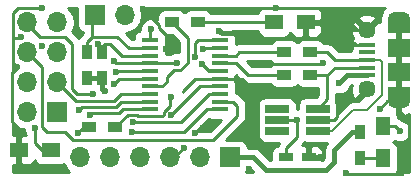
<source format=gtl>
G04 #@! TF.FileFunction,Copper,L1,Top,Signal*
%FSLAX46Y46*%
G04 Gerber Fmt 4.6, Leading zero omitted, Abs format (unit mm)*
G04 Created by KiCad (PCBNEW 4.0.7) date 04/14/18 18:56:33*
%MOMM*%
%LPD*%
G01*
G04 APERTURE LIST*
%ADD10C,0.100000*%
%ADD11R,1.200000X0.750000*%
%ADD12R,1.500000X1.300000*%
%ADD13R,1.300000X1.500000*%
%ADD14R,1.900000X1.500000*%
%ADD15C,1.450000*%
%ADD16R,1.350000X0.400000*%
%ADD17O,1.900000X1.200000*%
%ADD18R,1.900000X1.200000*%
%ADD19R,1.700000X1.700000*%
%ADD20O,1.700000X1.700000*%
%ADD21R,1.200000X0.900000*%
%ADD22R,0.900000X1.200000*%
%ADD23R,2.000000X0.650000*%
%ADD24R,1.450000X0.450000*%
%ADD25C,0.600000*%
%ADD26C,0.250000*%
%ADD27C,0.400000*%
%ADD28C,0.300000*%
%ADD29C,0.200000*%
%ADD30C,0.254000*%
G04 APERTURE END LIST*
D10*
D11*
X117160000Y-66040000D03*
X119060000Y-66040000D03*
D12*
X94535000Y-65405000D03*
X97235000Y-65405000D03*
X118825000Y-54610000D03*
X116125000Y-54610000D03*
D13*
X125349000Y-63420000D03*
X125349000Y-66120000D03*
D14*
X126715000Y-56785000D03*
D15*
X124015000Y-60285000D03*
D16*
X124015000Y-58435000D03*
X124015000Y-59085000D03*
X124015000Y-56485000D03*
X124015000Y-57135000D03*
X124015000Y-57785000D03*
D15*
X124015000Y-55285000D03*
D14*
X126715000Y-58785000D03*
D17*
X126715000Y-61285000D03*
X126715000Y-54285000D03*
D18*
X126715000Y-54885000D03*
X126715000Y-60685000D03*
D19*
X100965000Y-53975000D03*
D20*
X103505000Y-53975000D03*
D21*
X102700000Y-63500000D03*
X100500000Y-63500000D03*
X107485000Y-54610000D03*
X109685000Y-54610000D03*
D22*
X101600000Y-59329500D03*
X101600000Y-57129500D03*
X100266500Y-59329500D03*
X100266500Y-57129500D03*
X123444000Y-63924000D03*
X123444000Y-66124000D03*
D21*
X119210000Y-57150000D03*
X117010000Y-57150000D03*
X119210000Y-59055000D03*
X117010000Y-59055000D03*
D23*
X119820000Y-63815000D03*
X119820000Y-62865000D03*
X119820000Y-61915000D03*
X116400000Y-61915000D03*
X116400000Y-62865000D03*
X116400000Y-63815000D03*
D24*
X105635000Y-56130000D03*
X105635000Y-56780000D03*
X105635000Y-57430000D03*
X105635000Y-58080000D03*
X105635000Y-58730000D03*
X105635000Y-59380000D03*
X105635000Y-60030000D03*
X105635000Y-60680000D03*
X105635000Y-61330000D03*
X105635000Y-61980000D03*
X111535000Y-61980000D03*
X111535000Y-61330000D03*
X111535000Y-60680000D03*
X111535000Y-60030000D03*
X111535000Y-59380000D03*
X111535000Y-58730000D03*
X111535000Y-58080000D03*
X111535000Y-57430000D03*
X111535000Y-56780000D03*
X111535000Y-56130000D03*
D19*
X97790000Y-62230000D03*
D20*
X95250000Y-62230000D03*
X97790000Y-59690000D03*
X95250000Y-59690000D03*
X97790000Y-57150000D03*
X95250000Y-57150000D03*
X97790000Y-54610000D03*
X95250000Y-54610000D03*
D19*
X112395000Y-66040000D03*
D20*
X109855000Y-66040000D03*
X107315000Y-66040000D03*
X104775000Y-66040000D03*
X102235000Y-66040000D03*
X99695000Y-66040000D03*
D25*
X118110000Y-62865000D03*
X114554000Y-58229500D03*
X120269000Y-58039000D03*
X122428000Y-56705500D03*
X125095000Y-61912500D03*
X122301000Y-54419500D03*
X124015500Y-53594000D03*
X113982500Y-66992500D03*
X94678500Y-66929000D03*
X96520000Y-56578500D03*
X94742000Y-55880000D03*
X99695000Y-55499000D03*
X96520000Y-53403500D03*
X94361000Y-58420000D03*
X111506000Y-55308500D03*
X116268500Y-53403500D03*
X112458500Y-53594000D03*
X114554000Y-55562500D03*
X113538000Y-55753000D03*
X105029000Y-53467000D03*
X106997500Y-56896000D03*
X110934500Y-63373000D03*
X108521500Y-65214500D03*
X109410500Y-63944500D03*
X114173000Y-63309500D03*
X115379500Y-65341500D03*
X114173000Y-60134500D03*
X122174000Y-61023500D03*
X120078500Y-65976500D03*
X122237500Y-67373500D03*
X127254000Y-67119500D03*
X127063500Y-65024000D03*
X126715000Y-56785000D03*
X126682500Y-58801000D03*
X120459500Y-55118000D03*
X101790500Y-60452000D03*
X110045500Y-58102500D03*
X102743000Y-58801000D03*
X107886500Y-58039000D03*
X102552500Y-57848500D03*
X99504500Y-63944500D03*
X95885000Y-63563500D03*
X126809500Y-63817500D03*
X104140000Y-63881000D03*
X104203500Y-63055500D03*
X99631500Y-62039500D03*
X100520500Y-62484000D03*
X100774500Y-60642500D03*
X107442000Y-62420500D03*
X121666000Y-59753500D03*
X109474000Y-57531000D03*
X110109000Y-56896000D03*
X101219000Y-56451500D03*
X102616000Y-59817000D03*
X107378500Y-60960000D03*
X105727500Y-55181500D03*
D26*
X118110000Y-62865000D02*
X118110000Y-64325500D01*
X117160000Y-65275500D02*
X117160000Y-66040000D01*
X118110000Y-64325500D02*
X117160000Y-65275500D01*
X118110000Y-62865000D02*
X116400000Y-62865000D01*
X118618000Y-58166000D02*
X114617500Y-58166000D01*
X120269000Y-58039000D02*
X120142000Y-58166000D01*
X120142000Y-58166000D02*
X118618000Y-58166000D01*
X122648500Y-56485000D02*
X124015000Y-56485000D01*
X122648500Y-56485000D02*
X122428000Y-56705500D01*
X114617500Y-58166000D02*
X114554000Y-58229500D01*
X126715000Y-61285000D02*
X125722500Y-61285000D01*
X125722500Y-61285000D02*
X125095000Y-61912500D01*
X123166500Y-55285000D02*
X122301000Y-54419500D01*
X124015000Y-55285000D02*
X123166500Y-55285000D01*
X94535000Y-66785500D02*
X94678500Y-66929000D01*
X94535000Y-65405000D02*
X94535000Y-66785500D01*
X94043500Y-55943500D02*
X94678500Y-55943500D01*
X94678500Y-55943500D02*
X94742000Y-55880000D01*
X94361000Y-58420000D02*
X94361000Y-58356500D01*
X99631500Y-55562500D02*
X99631500Y-55626000D01*
X99695000Y-55499000D02*
X99631500Y-55562500D01*
X94488000Y-53403500D02*
X96520000Y-53403500D01*
X94043500Y-53848000D02*
X94488000Y-53403500D01*
X94043500Y-58039000D02*
X94043500Y-55943500D01*
X94043500Y-55943500D02*
X94043500Y-53848000D01*
X94361000Y-58356500D02*
X94043500Y-58039000D01*
X94535000Y-65405000D02*
X94535000Y-63610500D01*
X93980000Y-58801000D02*
X94361000Y-58420000D01*
X93980000Y-63055500D02*
X93980000Y-58801000D01*
X94535000Y-63610500D02*
X93980000Y-63055500D01*
X111535000Y-59380000D02*
X109466500Y-59380000D01*
X108394500Y-60452000D02*
X108394500Y-60515500D01*
X109466500Y-59380000D02*
X108394500Y-60452000D01*
D27*
X113284000Y-55499000D02*
X113538000Y-55753000D01*
X111696500Y-55499000D02*
X113284000Y-55499000D01*
X111506000Y-55308500D02*
X111696500Y-55499000D01*
D26*
X112458500Y-53403500D02*
X112458500Y-53594000D01*
X118825000Y-54610000D02*
X119951500Y-54610000D01*
X119951500Y-54610000D02*
X120459500Y-55118000D01*
X113728500Y-55562500D02*
X114554000Y-55562500D01*
X113538000Y-55753000D02*
X113728500Y-55562500D01*
X120459500Y-53848000D02*
X120015000Y-53403500D01*
X120015000Y-53403500D02*
X116268500Y-53403500D01*
X116268500Y-53403500D02*
X112458500Y-53403500D01*
X112458500Y-53403500D02*
X105092500Y-53403500D01*
X105092500Y-53403500D02*
X105029000Y-53467000D01*
X120459500Y-53848000D02*
X120459500Y-55118000D01*
X106426000Y-54864000D02*
X105029000Y-53467000D01*
X106426000Y-55118000D02*
X106426000Y-54864000D01*
X107188000Y-55880000D02*
X106426000Y-55118000D01*
X107188000Y-56705500D02*
X107188000Y-55880000D01*
X106997500Y-56896000D02*
X107188000Y-56705500D01*
X108521500Y-65214500D02*
X107696000Y-66040000D01*
X109982000Y-63373000D02*
X110934500Y-63373000D01*
X109410500Y-63944500D02*
X109982000Y-63373000D01*
X107315000Y-66040000D02*
X107696000Y-66040000D01*
X114998500Y-65341500D02*
X114173000Y-64516000D01*
X114173000Y-64516000D02*
X114173000Y-63309500D01*
X115379500Y-65341500D02*
X114998500Y-65341500D01*
X113418500Y-59380000D02*
X111535000Y-59380000D01*
X114173000Y-60134500D02*
X113418500Y-59380000D01*
X119820000Y-62865000D02*
X121221500Y-62865000D01*
X121475500Y-61722000D02*
X122174000Y-61023500D01*
X121475500Y-62611000D02*
X121475500Y-61722000D01*
X121221500Y-62865000D02*
X121475500Y-62611000D01*
X126715000Y-61285000D02*
X126715000Y-62072000D01*
X120015000Y-66040000D02*
X119060000Y-66040000D01*
X120078500Y-65976500D02*
X120015000Y-66040000D01*
X122301000Y-67437000D02*
X122237500Y-67373500D01*
X126936500Y-67437000D02*
X122301000Y-67437000D01*
X127254000Y-67119500D02*
X126936500Y-67437000D01*
X127571500Y-64516000D02*
X127063500Y-65024000D01*
X127571500Y-62928500D02*
X127571500Y-64516000D01*
X126715000Y-62072000D02*
X127571500Y-62928500D01*
X126698500Y-58785000D02*
X126682500Y-58801000D01*
X126698500Y-58785000D02*
X126715000Y-58785000D01*
X120459500Y-55118000D02*
X120626500Y-55285000D01*
X120626500Y-55285000D02*
X124015000Y-55285000D01*
D27*
X101600000Y-60261500D02*
X101600000Y-59329500D01*
X101790500Y-60452000D02*
X101600000Y-60261500D01*
D28*
X110673000Y-58730000D02*
X111535000Y-58730000D01*
X110045500Y-58102500D02*
X110673000Y-58730000D01*
D27*
X123444000Y-63924000D02*
X122702500Y-63924000D01*
X114363500Y-66040000D02*
X112395000Y-66040000D01*
X115443000Y-67119500D02*
X114363500Y-66040000D01*
X120523000Y-67119500D02*
X115443000Y-67119500D01*
X121221500Y-66421000D02*
X120523000Y-67119500D01*
X121221500Y-65405000D02*
X121221500Y-66421000D01*
X122702500Y-63924000D02*
X121221500Y-65405000D01*
X100266500Y-59329500D02*
X101600000Y-59329500D01*
D26*
X102814000Y-58730000D02*
X105635000Y-58730000D01*
X102743000Y-58801000D02*
X102814000Y-58730000D01*
X107845500Y-58080000D02*
X105635000Y-58080000D01*
X107886500Y-58039000D02*
X107845500Y-58080000D01*
X105635000Y-58080000D02*
X102784000Y-58080000D01*
X102784000Y-58080000D02*
X102552500Y-57848500D01*
X100500000Y-63500000D02*
X99949000Y-63500000D01*
X99949000Y-63500000D02*
X99504500Y-63944500D01*
X95885000Y-63563500D02*
X95885000Y-64833500D01*
X95885000Y-64833500D02*
X96456500Y-65405000D01*
X96456500Y-65405000D02*
X97235000Y-65405000D01*
X116125000Y-54610000D02*
X109685000Y-54610000D01*
X126809500Y-63817500D02*
X126412000Y-63420000D01*
X126412000Y-63420000D02*
X125349000Y-63420000D01*
X125349000Y-66120000D02*
X123448000Y-66120000D01*
X123448000Y-66120000D02*
X123444000Y-66124000D01*
X111535000Y-61980000D02*
X110422500Y-61980000D01*
X108521500Y-63881000D02*
X104140000Y-63881000D01*
X110422500Y-61980000D02*
X108521500Y-63881000D01*
X111535000Y-61980000D02*
X110867000Y-61980000D01*
X105635000Y-60680000D02*
X103150000Y-60680000D01*
X99377500Y-61277500D02*
X97790000Y-59690000D01*
X102552500Y-61277500D02*
X99377500Y-61277500D01*
X103150000Y-60680000D02*
X102552500Y-61277500D01*
X110643000Y-60680000D02*
X108267500Y-63055500D01*
X108267500Y-63055500D02*
X104203500Y-63055500D01*
X110643000Y-60680000D02*
X111535000Y-60680000D01*
X105635000Y-61330000D02*
X103198500Y-61330000D01*
X99885500Y-61785500D02*
X99631500Y-62039500D01*
X102743000Y-61785500D02*
X99885500Y-61785500D01*
X103198500Y-61330000D02*
X102743000Y-61785500D01*
X111535000Y-61330000D02*
X112701500Y-61330000D01*
X96520000Y-58420000D02*
X95250000Y-57150000D01*
X96520000Y-63500000D02*
X96520000Y-58420000D01*
X96901000Y-63881000D02*
X96520000Y-63500000D01*
X98425000Y-63881000D02*
X96901000Y-63881000D01*
X99123500Y-64579500D02*
X98425000Y-63881000D01*
X110998000Y-64579500D02*
X99123500Y-64579500D01*
X113030000Y-62547500D02*
X110998000Y-64579500D01*
X113030000Y-61658500D02*
X113030000Y-62547500D01*
X112701500Y-61330000D02*
X113030000Y-61658500D01*
X105635000Y-61980000D02*
X103310500Y-61980000D01*
X100711000Y-62293500D02*
X100520500Y-62484000D01*
X102997000Y-62293500D02*
X100711000Y-62293500D01*
X103310500Y-61980000D02*
X102997000Y-62293500D01*
X99060000Y-60261500D02*
X99441000Y-60642500D01*
X99441000Y-60642500D02*
X100774500Y-60642500D01*
X95250000Y-54737000D02*
X96329500Y-55816500D01*
X96329500Y-55816500D02*
X98425000Y-55816500D01*
X98425000Y-55816500D02*
X99060000Y-56451500D01*
X99060000Y-56451500D02*
X99060000Y-59880500D01*
X99060000Y-59880500D02*
X99060000Y-60261500D01*
X109832500Y-60030000D02*
X111535000Y-60030000D01*
X107442000Y-62420500D02*
X109832500Y-60030000D01*
X111535000Y-60030000D02*
X109896000Y-60030000D01*
X95250000Y-54610000D02*
X95250000Y-54737000D01*
X120650000Y-59055000D02*
X120650000Y-61085000D01*
X120650000Y-61085000D02*
X119820000Y-61915000D01*
X124015000Y-58435000D02*
X121270000Y-58435000D01*
X120650000Y-59055000D02*
X119210000Y-59055000D01*
X121270000Y-58435000D02*
X120650000Y-59055000D01*
D27*
X124015000Y-59085000D02*
X122334500Y-59085000D01*
X122334500Y-59085000D02*
X121666000Y-59753500D01*
D29*
X124015000Y-57785000D02*
X125095000Y-57785000D01*
X121033500Y-63815000D02*
X119820000Y-63815000D01*
X122809000Y-62039500D02*
X121033500Y-63815000D01*
X124015500Y-62039500D02*
X122809000Y-62039500D01*
X125285500Y-60769500D02*
X124015500Y-62039500D01*
X125285500Y-57975500D02*
X125285500Y-60769500D01*
X125095000Y-57785000D02*
X125285500Y-57975500D01*
D26*
X124015000Y-57785000D02*
X121285000Y-57785000D01*
X120650000Y-57150000D02*
X119210000Y-57150000D01*
X121285000Y-57785000D02*
X120650000Y-57150000D01*
X109668500Y-56130000D02*
X109474000Y-56324500D01*
X109474000Y-56324500D02*
X109474000Y-57531000D01*
X109668500Y-56130000D02*
X111535000Y-56130000D01*
X111535000Y-56780000D02*
X110225000Y-56780000D01*
X110225000Y-56780000D02*
X110109000Y-56896000D01*
X100711000Y-55816500D02*
X100711000Y-54229000D01*
X100711000Y-54229000D02*
X100965000Y-53975000D01*
X105635000Y-56780000D02*
X103833500Y-56780000D01*
X100266500Y-56261000D02*
X100266500Y-57129500D01*
X100711000Y-55816500D02*
X100266500Y-56261000D01*
X102870000Y-55816500D02*
X100711000Y-55816500D01*
X103833500Y-56780000D02*
X102870000Y-55816500D01*
D29*
X100700000Y-54240000D02*
X100965000Y-53975000D01*
D26*
X101600000Y-57129500D02*
X101600000Y-56832500D01*
X101600000Y-56832500D02*
X101219000Y-56451500D01*
X105635000Y-57430000D02*
X103225000Y-57430000D01*
X101854000Y-56451500D02*
X101600000Y-56705500D01*
X102246500Y-56451500D02*
X101854000Y-56451500D01*
X103225000Y-57430000D02*
X102246500Y-56451500D01*
X101600000Y-56705500D02*
X101600000Y-57129500D01*
X103053000Y-59380000D02*
X102616000Y-59817000D01*
X105635000Y-59380000D02*
X103053000Y-59380000D01*
X103769998Y-62430002D02*
X102700000Y-63500000D01*
X104521000Y-62430002D02*
X103769998Y-62430002D01*
X104638498Y-62547500D02*
X104521000Y-62430002D01*
X106680000Y-62547500D02*
X104638498Y-62547500D01*
X106807000Y-62420500D02*
X106680000Y-62547500D01*
X106807000Y-62166500D02*
X106807000Y-62420500D01*
X107315000Y-61658500D02*
X106807000Y-62166500D01*
X107315000Y-61023500D02*
X107315000Y-61658500D01*
X107378500Y-60960000D02*
X107315000Y-61023500D01*
X105635000Y-60030000D02*
X106657500Y-60030000D01*
X108839000Y-57785000D02*
X108839000Y-55964000D01*
X108839000Y-57848500D02*
X108839000Y-57785000D01*
X108839000Y-55964000D02*
X107485000Y-54610000D01*
X108839000Y-58039000D02*
X108839000Y-57848500D01*
X108204000Y-58674000D02*
X108839000Y-58039000D01*
X107632500Y-58674000D02*
X108204000Y-58674000D01*
X107061000Y-59245500D02*
X107632500Y-58674000D01*
X107061000Y-59626500D02*
X107061000Y-59245500D01*
X106657500Y-60030000D02*
X107061000Y-59626500D01*
X117010000Y-57150000D02*
X113157000Y-57150000D01*
X112877000Y-57430000D02*
X111535000Y-57430000D01*
X113157000Y-57150000D02*
X112877000Y-57430000D01*
X117010000Y-59055000D02*
X113919000Y-59055000D01*
X112944000Y-58080000D02*
X111535000Y-58080000D01*
X113919000Y-59055000D02*
X112944000Y-58080000D01*
X105635000Y-55274000D02*
X105635000Y-56130000D01*
X105727500Y-55181500D02*
X105635000Y-55274000D01*
D30*
G36*
X94170853Y-63280054D02*
X94652622Y-63601961D01*
X94949914Y-63661096D01*
X94949838Y-63748667D01*
X95091883Y-64092443D01*
X95119392Y-64120000D01*
X94820750Y-64120000D01*
X94662000Y-64278750D01*
X94662000Y-65278000D01*
X94682000Y-65278000D01*
X94682000Y-65532000D01*
X94662000Y-65532000D01*
X94662000Y-66531250D01*
X94820750Y-66690000D01*
X95411309Y-66690000D01*
X95644698Y-66593327D01*
X95823327Y-66414699D01*
X95879654Y-66278713D01*
X95881838Y-66290317D01*
X96020910Y-66506441D01*
X96233110Y-66651431D01*
X96485000Y-66702440D01*
X97985000Y-66702440D01*
X98220317Y-66658162D01*
X98315048Y-66597204D01*
X98323039Y-66637378D01*
X98644946Y-67119147D01*
X98818333Y-67235000D01*
X94055000Y-67235000D01*
X94055000Y-66690000D01*
X94249250Y-66690000D01*
X94408000Y-66531250D01*
X94408000Y-65532000D01*
X94388000Y-65532000D01*
X94388000Y-65278000D01*
X94408000Y-65278000D01*
X94408000Y-64278750D01*
X94249250Y-64120000D01*
X94055000Y-64120000D01*
X94055000Y-63106667D01*
X94170853Y-63280054D01*
X94170853Y-63280054D01*
G37*
X94170853Y-63280054D02*
X94652622Y-63601961D01*
X94949914Y-63661096D01*
X94949838Y-63748667D01*
X95091883Y-64092443D01*
X95119392Y-64120000D01*
X94820750Y-64120000D01*
X94662000Y-64278750D01*
X94662000Y-65278000D01*
X94682000Y-65278000D01*
X94682000Y-65532000D01*
X94662000Y-65532000D01*
X94662000Y-66531250D01*
X94820750Y-66690000D01*
X95411309Y-66690000D01*
X95644698Y-66593327D01*
X95823327Y-66414699D01*
X95879654Y-66278713D01*
X95881838Y-66290317D01*
X96020910Y-66506441D01*
X96233110Y-66651431D01*
X96485000Y-66702440D01*
X97985000Y-66702440D01*
X98220317Y-66658162D01*
X98315048Y-66597204D01*
X98323039Y-66637378D01*
X98644946Y-67119147D01*
X98818333Y-67235000D01*
X94055000Y-67235000D01*
X94055000Y-66690000D01*
X94249250Y-66690000D01*
X94408000Y-66531250D01*
X94408000Y-65532000D01*
X94388000Y-65532000D01*
X94388000Y-65278000D01*
X94408000Y-65278000D01*
X94408000Y-64278750D01*
X94249250Y-64120000D01*
X94055000Y-64120000D01*
X94055000Y-63106667D01*
X94170853Y-63280054D01*
G36*
X114377632Y-67235000D02*
X113777812Y-67235000D01*
X113841431Y-67141890D01*
X113892440Y-66890000D01*
X113892440Y-66875000D01*
X114017632Y-66875000D01*
X114377632Y-67235000D01*
X114377632Y-67235000D01*
G37*
X114377632Y-67235000D02*
X113777812Y-67235000D01*
X113841431Y-67141890D01*
X113892440Y-66890000D01*
X113892440Y-66875000D01*
X114017632Y-66875000D01*
X114377632Y-67235000D01*
G36*
X127560000Y-67235000D02*
X126518146Y-67235000D01*
X126595431Y-67121890D01*
X126646440Y-66870000D01*
X126646440Y-65370000D01*
X126602162Y-65134683D01*
X126463090Y-64918559D01*
X126250890Y-64773569D01*
X126237803Y-64770919D01*
X126406313Y-64662485D01*
X126622701Y-64752338D01*
X126994667Y-64752662D01*
X127338443Y-64610617D01*
X127560000Y-64389446D01*
X127560000Y-67235000D01*
X127560000Y-67235000D01*
G37*
X127560000Y-67235000D02*
X126518146Y-67235000D01*
X126595431Y-67121890D01*
X126646440Y-66870000D01*
X126646440Y-65370000D01*
X126602162Y-65134683D01*
X126463090Y-64918559D01*
X126250890Y-64773569D01*
X126237803Y-64770919D01*
X126406313Y-64662485D01*
X126622701Y-64752338D01*
X126994667Y-64752662D01*
X127338443Y-64610617D01*
X127560000Y-64389446D01*
X127560000Y-67235000D01*
G36*
X113381599Y-59592401D02*
X113628160Y-59757148D01*
X113919000Y-59815000D01*
X115854895Y-59815000D01*
X115945910Y-59956441D01*
X116158110Y-60101431D01*
X116410000Y-60152440D01*
X117610000Y-60152440D01*
X117845317Y-60108162D01*
X118061441Y-59969090D01*
X118109134Y-59899289D01*
X118145910Y-59956441D01*
X118358110Y-60101431D01*
X118610000Y-60152440D01*
X119810000Y-60152440D01*
X119890000Y-60137387D01*
X119890000Y-60770198D01*
X119717638Y-60942560D01*
X118820000Y-60942560D01*
X118584683Y-60986838D01*
X118368559Y-61125910D01*
X118223569Y-61338110D01*
X118172560Y-61590000D01*
X118172560Y-61930054D01*
X118047440Y-61929945D01*
X118047440Y-61590000D01*
X118003162Y-61354683D01*
X117864090Y-61138559D01*
X117651890Y-60993569D01*
X117400000Y-60942560D01*
X115400000Y-60942560D01*
X115164683Y-60986838D01*
X114948559Y-61125910D01*
X114803569Y-61338110D01*
X114752560Y-61590000D01*
X114752560Y-62240000D01*
X114781821Y-62395507D01*
X114752560Y-62540000D01*
X114752560Y-63190000D01*
X114781821Y-63345507D01*
X114752560Y-63490000D01*
X114752560Y-64140000D01*
X114796838Y-64375317D01*
X114935910Y-64591441D01*
X115148110Y-64736431D01*
X115400000Y-64787440D01*
X116589630Y-64787440D01*
X116457852Y-64984661D01*
X116447082Y-65038807D01*
X116324683Y-65061838D01*
X116108559Y-65200910D01*
X115963569Y-65413110D01*
X115912560Y-65665000D01*
X115912560Y-66284500D01*
X115788868Y-66284500D01*
X114953934Y-65449566D01*
X114924177Y-65429683D01*
X114683041Y-65268561D01*
X114363500Y-65205000D01*
X113892440Y-65205000D01*
X113892440Y-65190000D01*
X113848162Y-64954683D01*
X113709090Y-64738559D01*
X113496890Y-64593569D01*
X113245000Y-64542560D01*
X112109742Y-64542560D01*
X113567401Y-63084901D01*
X113732148Y-62838339D01*
X113790000Y-62547500D01*
X113790000Y-61658500D01*
X113732148Y-61367661D01*
X113567401Y-61121099D01*
X113238901Y-60792599D01*
X112992339Y-60627852D01*
X112907440Y-60610964D01*
X112907440Y-60455000D01*
X112887933Y-60351329D01*
X112907440Y-60255000D01*
X112907440Y-59805000D01*
X112894020Y-59733677D01*
X112895000Y-59731310D01*
X112895000Y-59651250D01*
X112874688Y-59630938D01*
X112863162Y-59569683D01*
X112739671Y-59377773D01*
X112856431Y-59206890D01*
X112871558Y-59132192D01*
X112895000Y-59108750D01*
X112895000Y-59105802D01*
X113381599Y-59592401D01*
X113381599Y-59592401D01*
G37*
X113381599Y-59592401D02*
X113628160Y-59757148D01*
X113919000Y-59815000D01*
X115854895Y-59815000D01*
X115945910Y-59956441D01*
X116158110Y-60101431D01*
X116410000Y-60152440D01*
X117610000Y-60152440D01*
X117845317Y-60108162D01*
X118061441Y-59969090D01*
X118109134Y-59899289D01*
X118145910Y-59956441D01*
X118358110Y-60101431D01*
X118610000Y-60152440D01*
X119810000Y-60152440D01*
X119890000Y-60137387D01*
X119890000Y-60770198D01*
X119717638Y-60942560D01*
X118820000Y-60942560D01*
X118584683Y-60986838D01*
X118368559Y-61125910D01*
X118223569Y-61338110D01*
X118172560Y-61590000D01*
X118172560Y-61930054D01*
X118047440Y-61929945D01*
X118047440Y-61590000D01*
X118003162Y-61354683D01*
X117864090Y-61138559D01*
X117651890Y-60993569D01*
X117400000Y-60942560D01*
X115400000Y-60942560D01*
X115164683Y-60986838D01*
X114948559Y-61125910D01*
X114803569Y-61338110D01*
X114752560Y-61590000D01*
X114752560Y-62240000D01*
X114781821Y-62395507D01*
X114752560Y-62540000D01*
X114752560Y-63190000D01*
X114781821Y-63345507D01*
X114752560Y-63490000D01*
X114752560Y-64140000D01*
X114796838Y-64375317D01*
X114935910Y-64591441D01*
X115148110Y-64736431D01*
X115400000Y-64787440D01*
X116589630Y-64787440D01*
X116457852Y-64984661D01*
X116447082Y-65038807D01*
X116324683Y-65061838D01*
X116108559Y-65200910D01*
X115963569Y-65413110D01*
X115912560Y-65665000D01*
X115912560Y-66284500D01*
X115788868Y-66284500D01*
X114953934Y-65449566D01*
X114924177Y-65429683D01*
X114683041Y-65268561D01*
X114363500Y-65205000D01*
X113892440Y-65205000D01*
X113892440Y-65190000D01*
X113848162Y-64954683D01*
X113709090Y-64738559D01*
X113496890Y-64593569D01*
X113245000Y-64542560D01*
X112109742Y-64542560D01*
X113567401Y-63084901D01*
X113732148Y-62838339D01*
X113790000Y-62547500D01*
X113790000Y-61658500D01*
X113732148Y-61367661D01*
X113567401Y-61121099D01*
X113238901Y-60792599D01*
X112992339Y-60627852D01*
X112907440Y-60610964D01*
X112907440Y-60455000D01*
X112887933Y-60351329D01*
X112907440Y-60255000D01*
X112907440Y-59805000D01*
X112894020Y-59733677D01*
X112895000Y-59731310D01*
X112895000Y-59651250D01*
X112874688Y-59630938D01*
X112863162Y-59569683D01*
X112739671Y-59377773D01*
X112856431Y-59206890D01*
X112871558Y-59132192D01*
X112895000Y-59108750D01*
X112895000Y-59105802D01*
X113381599Y-59592401D01*
G36*
X118820000Y-64787440D02*
X120658192Y-64787440D01*
X120631066Y-64814566D01*
X120450061Y-65085459D01*
X120386500Y-65405000D01*
X120386500Y-66075132D01*
X120215441Y-66246191D01*
X120136250Y-66167000D01*
X119187000Y-66167000D01*
X119187000Y-66187000D01*
X118933000Y-66187000D01*
X118933000Y-66167000D01*
X118913000Y-66167000D01*
X118913000Y-65913000D01*
X118933000Y-65913000D01*
X118933000Y-65188750D01*
X119187000Y-65188750D01*
X119187000Y-65913000D01*
X120136250Y-65913000D01*
X120295000Y-65754250D01*
X120295000Y-65538690D01*
X120198327Y-65305301D01*
X120019698Y-65126673D01*
X119786309Y-65030000D01*
X119345750Y-65030000D01*
X119187000Y-65188750D01*
X118933000Y-65188750D01*
X118774250Y-65030000D01*
X118480302Y-65030000D01*
X118647401Y-64862901D01*
X118712384Y-64765647D01*
X118820000Y-64787440D01*
X118820000Y-64787440D01*
G37*
X118820000Y-64787440D02*
X120658192Y-64787440D01*
X120631066Y-64814566D01*
X120450061Y-65085459D01*
X120386500Y-65405000D01*
X120386500Y-66075132D01*
X120215441Y-66246191D01*
X120136250Y-66167000D01*
X119187000Y-66167000D01*
X119187000Y-66187000D01*
X118933000Y-66187000D01*
X118933000Y-66167000D01*
X118913000Y-66167000D01*
X118913000Y-65913000D01*
X118933000Y-65913000D01*
X118933000Y-65188750D01*
X119187000Y-65188750D01*
X119187000Y-65913000D01*
X120136250Y-65913000D01*
X120295000Y-65754250D01*
X120295000Y-65538690D01*
X120198327Y-65305301D01*
X120019698Y-65126673D01*
X119786309Y-65030000D01*
X119345750Y-65030000D01*
X119187000Y-65188750D01*
X118933000Y-65188750D01*
X118774250Y-65030000D01*
X118480302Y-65030000D01*
X118647401Y-64862901D01*
X118712384Y-64765647D01*
X118820000Y-64787440D01*
G36*
X107442000Y-65913000D02*
X107462000Y-65913000D01*
X107462000Y-66167000D01*
X107442000Y-66167000D01*
X107442000Y-66187000D01*
X107188000Y-66187000D01*
X107188000Y-66167000D01*
X107168000Y-66167000D01*
X107168000Y-65913000D01*
X107188000Y-65913000D01*
X107188000Y-65893000D01*
X107442000Y-65893000D01*
X107442000Y-65913000D01*
X107442000Y-65913000D01*
G37*
X107442000Y-65913000D02*
X107462000Y-65913000D01*
X107462000Y-66167000D01*
X107442000Y-66167000D01*
X107442000Y-66187000D01*
X107188000Y-66187000D01*
X107188000Y-66167000D01*
X107168000Y-66167000D01*
X107168000Y-65913000D01*
X107188000Y-65913000D01*
X107188000Y-65893000D01*
X107442000Y-65893000D01*
X107442000Y-65913000D01*
G36*
X110810000Y-62852440D02*
X111650258Y-62852440D01*
X110683198Y-63819500D01*
X109657802Y-63819500D01*
X110656040Y-62821262D01*
X110810000Y-62852440D01*
X110810000Y-62852440D01*
G37*
X110810000Y-62852440D02*
X111650258Y-62852440D01*
X110683198Y-63819500D01*
X109657802Y-63819500D01*
X110656040Y-62821262D01*
X110810000Y-62852440D01*
G36*
X126842000Y-56658000D02*
X126862000Y-56658000D01*
X126862000Y-56912000D01*
X126842000Y-56912000D01*
X126842000Y-58658000D01*
X126862000Y-58658000D01*
X126862000Y-58912000D01*
X126842000Y-58912000D01*
X126842000Y-62520000D01*
X127192000Y-62520000D01*
X127560000Y-62406638D01*
X127560000Y-63245866D01*
X127339827Y-63025308D01*
X126996299Y-62882662D01*
X126949423Y-62882621D01*
X126949401Y-62882599D01*
X126702839Y-62717852D01*
X126646440Y-62706633D01*
X126646440Y-62670000D01*
X126602162Y-62434683D01*
X126588000Y-62412675D01*
X126588000Y-58912000D01*
X126568000Y-58912000D01*
X126568000Y-58658000D01*
X126588000Y-58658000D01*
X126588000Y-56912000D01*
X126568000Y-56912000D01*
X126568000Y-56658000D01*
X126588000Y-56658000D01*
X126588000Y-54138000D01*
X126842000Y-54138000D01*
X126842000Y-56658000D01*
X126842000Y-56658000D01*
G37*
X126842000Y-56658000D02*
X126862000Y-56658000D01*
X126862000Y-56912000D01*
X126842000Y-56912000D01*
X126842000Y-58658000D01*
X126862000Y-58658000D01*
X126862000Y-58912000D01*
X126842000Y-58912000D01*
X126842000Y-62520000D01*
X127192000Y-62520000D01*
X127560000Y-62406638D01*
X127560000Y-63245866D01*
X127339827Y-63025308D01*
X126996299Y-62882662D01*
X126949423Y-62882621D01*
X126949401Y-62882599D01*
X126702839Y-62717852D01*
X126646440Y-62706633D01*
X126646440Y-62670000D01*
X126602162Y-62434683D01*
X126588000Y-62412675D01*
X126588000Y-58912000D01*
X126568000Y-58912000D01*
X126568000Y-58658000D01*
X126588000Y-58658000D01*
X126588000Y-56912000D01*
X126568000Y-56912000D01*
X126568000Y-56658000D01*
X126588000Y-56658000D01*
X126588000Y-54138000D01*
X126842000Y-54138000D01*
X126842000Y-56658000D01*
G36*
X97917000Y-62103000D02*
X97937000Y-62103000D01*
X97937000Y-62357000D01*
X97917000Y-62357000D01*
X97917000Y-62377000D01*
X97663000Y-62377000D01*
X97663000Y-62357000D01*
X97643000Y-62357000D01*
X97643000Y-62103000D01*
X97663000Y-62103000D01*
X97663000Y-62083000D01*
X97917000Y-62083000D01*
X97917000Y-62103000D01*
X97917000Y-62103000D01*
G37*
X97917000Y-62103000D02*
X97937000Y-62103000D01*
X97937000Y-62357000D01*
X97917000Y-62357000D01*
X97917000Y-62377000D01*
X97663000Y-62377000D01*
X97663000Y-62357000D01*
X97643000Y-62357000D01*
X97643000Y-62103000D01*
X97663000Y-62103000D01*
X97663000Y-62083000D01*
X97917000Y-62083000D01*
X97917000Y-62103000D01*
G36*
X122642688Y-60086146D02*
X122671051Y-60626444D01*
X122823247Y-60993878D01*
X123061602Y-61058793D01*
X123835395Y-60285000D01*
X123821253Y-60270858D01*
X124000858Y-60091253D01*
X124015000Y-60105395D01*
X124029143Y-60091253D01*
X124208748Y-60270858D01*
X124194605Y-60285000D01*
X124208748Y-60299143D01*
X124029143Y-60478748D01*
X124015000Y-60464605D01*
X123241207Y-61238398D01*
X123259210Y-61304500D01*
X122809000Y-61304500D01*
X122527728Y-61360449D01*
X122289276Y-61519777D01*
X121441638Y-62367416D01*
X121467440Y-62240000D01*
X121467440Y-61590000D01*
X121423162Y-61354683D01*
X121372131Y-61275379D01*
X121410000Y-61085000D01*
X121410000Y-60659603D01*
X121479201Y-60688338D01*
X121851167Y-60688662D01*
X122194943Y-60546617D01*
X122458192Y-60283827D01*
X122558778Y-60041590D01*
X122680368Y-59920000D01*
X122701507Y-59920000D01*
X122642688Y-60086146D01*
X122642688Y-60086146D01*
G37*
X122642688Y-60086146D02*
X122671051Y-60626444D01*
X122823247Y-60993878D01*
X123061602Y-61058793D01*
X123835395Y-60285000D01*
X123821253Y-60270858D01*
X124000858Y-60091253D01*
X124015000Y-60105395D01*
X124029143Y-60091253D01*
X124208748Y-60270858D01*
X124194605Y-60285000D01*
X124208748Y-60299143D01*
X124029143Y-60478748D01*
X124015000Y-60464605D01*
X123241207Y-61238398D01*
X123259210Y-61304500D01*
X122809000Y-61304500D01*
X122527728Y-61360449D01*
X122289276Y-61519777D01*
X121441638Y-62367416D01*
X121467440Y-62240000D01*
X121467440Y-61590000D01*
X121423162Y-61354683D01*
X121372131Y-61275379D01*
X121410000Y-61085000D01*
X121410000Y-60659603D01*
X121479201Y-60688338D01*
X121851167Y-60688662D01*
X122194943Y-60546617D01*
X122458192Y-60283827D01*
X122558778Y-60041590D01*
X122680368Y-59920000D01*
X122701507Y-59920000D01*
X122642688Y-60086146D01*
G36*
X94170853Y-58200054D02*
X94500026Y-58420000D01*
X94170853Y-58639946D01*
X94055000Y-58813333D01*
X94055000Y-58026667D01*
X94170853Y-58200054D01*
X94170853Y-58200054D01*
G37*
X94170853Y-58200054D02*
X94500026Y-58420000D01*
X94170853Y-58639946D01*
X94055000Y-58813333D01*
X94055000Y-58026667D01*
X94170853Y-58200054D01*
G36*
X115945910Y-58051441D02*
X116019479Y-58101709D01*
X115958559Y-58140910D01*
X115853274Y-58295000D01*
X114233802Y-58295000D01*
X113848802Y-57910000D01*
X115854895Y-57910000D01*
X115945910Y-58051441D01*
X115945910Y-58051441D01*
G37*
X115945910Y-58051441D02*
X116019479Y-58101709D01*
X115958559Y-58140910D01*
X115853274Y-58295000D01*
X114233802Y-58295000D01*
X113848802Y-57910000D01*
X115854895Y-57910000D01*
X115945910Y-58051441D01*
G36*
X108079000Y-56278802D02*
X108079000Y-57106529D01*
X108073299Y-57104162D01*
X107701333Y-57103838D01*
X107357557Y-57245883D01*
X107283311Y-57320000D01*
X107007440Y-57320000D01*
X107007440Y-57205000D01*
X106987933Y-57101329D01*
X107007440Y-57005000D01*
X107007440Y-56555000D01*
X106987933Y-56451329D01*
X107007440Y-56355000D01*
X107007440Y-55905000D01*
X106970266Y-55707440D01*
X107507638Y-55707440D01*
X108079000Y-56278802D01*
X108079000Y-56278802D01*
G37*
X108079000Y-56278802D02*
X108079000Y-57106529D01*
X108073299Y-57104162D01*
X107701333Y-57103838D01*
X107357557Y-57245883D01*
X107283311Y-57320000D01*
X107007440Y-57320000D01*
X107007440Y-57205000D01*
X106987933Y-57101329D01*
X107007440Y-57005000D01*
X107007440Y-56555000D01*
X106987933Y-56451329D01*
X107007440Y-56355000D01*
X107007440Y-55905000D01*
X106970266Y-55707440D01*
X107507638Y-55707440D01*
X108079000Y-56278802D01*
G36*
X125401920Y-53501526D02*
X125175408Y-53929719D01*
X125171538Y-53967391D01*
X125194625Y-54002672D01*
X125130000Y-54158691D01*
X125130000Y-54555219D01*
X124968398Y-54511207D01*
X124194605Y-55285000D01*
X124208748Y-55299143D01*
X124029143Y-55478748D01*
X124015000Y-55464605D01*
X124000858Y-55478748D01*
X123821253Y-55299143D01*
X123835395Y-55285000D01*
X123061602Y-54511207D01*
X122823247Y-54576122D01*
X122642688Y-55086146D01*
X122671051Y-55626444D01*
X122798257Y-55933548D01*
X122705000Y-56158691D01*
X122705000Y-56226250D01*
X122863750Y-56385000D01*
X123022067Y-56385000D01*
X122888559Y-56470910D01*
X122743569Y-56683110D01*
X122737965Y-56710785D01*
X122705000Y-56743750D01*
X122705000Y-56811309D01*
X122713468Y-56831753D01*
X122692560Y-56935000D01*
X122692560Y-57025000D01*
X121599802Y-57025000D01*
X121187401Y-56612599D01*
X120940839Y-56447852D01*
X120650000Y-56390000D01*
X120365105Y-56390000D01*
X120274090Y-56248559D01*
X120061890Y-56103569D01*
X119810000Y-56052560D01*
X118610000Y-56052560D01*
X118374683Y-56096838D01*
X118158559Y-56235910D01*
X118110866Y-56305711D01*
X118074090Y-56248559D01*
X117861890Y-56103569D01*
X117610000Y-56052560D01*
X116410000Y-56052560D01*
X116174683Y-56096838D01*
X115958559Y-56235910D01*
X115853274Y-56390000D01*
X113157000Y-56390000D01*
X112889580Y-56443194D01*
X112907440Y-56355000D01*
X112907440Y-55905000D01*
X112863162Y-55669683D01*
X112724090Y-55453559D01*
X112601797Y-55370000D01*
X114748258Y-55370000D01*
X114771838Y-55495317D01*
X114910910Y-55711441D01*
X115123110Y-55856431D01*
X115375000Y-55907440D01*
X116875000Y-55907440D01*
X117110317Y-55863162D01*
X117326441Y-55724090D01*
X117471431Y-55511890D01*
X117478191Y-55478510D01*
X117536673Y-55619699D01*
X117715302Y-55798327D01*
X117948691Y-55895000D01*
X118539250Y-55895000D01*
X118698000Y-55736250D01*
X118698000Y-54737000D01*
X118952000Y-54737000D01*
X118952000Y-55736250D01*
X119110750Y-55895000D01*
X119701309Y-55895000D01*
X119934698Y-55798327D01*
X120113327Y-55619699D01*
X120210000Y-55386310D01*
X120210000Y-54895750D01*
X120051250Y-54737000D01*
X118952000Y-54737000D01*
X118698000Y-54737000D01*
X118678000Y-54737000D01*
X118678000Y-54483000D01*
X118698000Y-54483000D01*
X118698000Y-54463000D01*
X118952000Y-54463000D01*
X118952000Y-54483000D01*
X120051250Y-54483000D01*
X120202648Y-54331602D01*
X123241207Y-54331602D01*
X124015000Y-55105395D01*
X124788793Y-54331602D01*
X124723878Y-54093247D01*
X124213854Y-53912688D01*
X123673556Y-53941051D01*
X123306122Y-54093247D01*
X123241207Y-54331602D01*
X120202648Y-54331602D01*
X120210000Y-54324250D01*
X120210000Y-53833690D01*
X120113327Y-53600301D01*
X119934698Y-53421673D01*
X119918588Y-53415000D01*
X125506433Y-53415000D01*
X125401920Y-53501526D01*
X125401920Y-53501526D01*
G37*
X125401920Y-53501526D02*
X125175408Y-53929719D01*
X125171538Y-53967391D01*
X125194625Y-54002672D01*
X125130000Y-54158691D01*
X125130000Y-54555219D01*
X124968398Y-54511207D01*
X124194605Y-55285000D01*
X124208748Y-55299143D01*
X124029143Y-55478748D01*
X124015000Y-55464605D01*
X124000858Y-55478748D01*
X123821253Y-55299143D01*
X123835395Y-55285000D01*
X123061602Y-54511207D01*
X122823247Y-54576122D01*
X122642688Y-55086146D01*
X122671051Y-55626444D01*
X122798257Y-55933548D01*
X122705000Y-56158691D01*
X122705000Y-56226250D01*
X122863750Y-56385000D01*
X123022067Y-56385000D01*
X122888559Y-56470910D01*
X122743569Y-56683110D01*
X122737965Y-56710785D01*
X122705000Y-56743750D01*
X122705000Y-56811309D01*
X122713468Y-56831753D01*
X122692560Y-56935000D01*
X122692560Y-57025000D01*
X121599802Y-57025000D01*
X121187401Y-56612599D01*
X120940839Y-56447852D01*
X120650000Y-56390000D01*
X120365105Y-56390000D01*
X120274090Y-56248559D01*
X120061890Y-56103569D01*
X119810000Y-56052560D01*
X118610000Y-56052560D01*
X118374683Y-56096838D01*
X118158559Y-56235910D01*
X118110866Y-56305711D01*
X118074090Y-56248559D01*
X117861890Y-56103569D01*
X117610000Y-56052560D01*
X116410000Y-56052560D01*
X116174683Y-56096838D01*
X115958559Y-56235910D01*
X115853274Y-56390000D01*
X113157000Y-56390000D01*
X112889580Y-56443194D01*
X112907440Y-56355000D01*
X112907440Y-55905000D01*
X112863162Y-55669683D01*
X112724090Y-55453559D01*
X112601797Y-55370000D01*
X114748258Y-55370000D01*
X114771838Y-55495317D01*
X114910910Y-55711441D01*
X115123110Y-55856431D01*
X115375000Y-55907440D01*
X116875000Y-55907440D01*
X117110317Y-55863162D01*
X117326441Y-55724090D01*
X117471431Y-55511890D01*
X117478191Y-55478510D01*
X117536673Y-55619699D01*
X117715302Y-55798327D01*
X117948691Y-55895000D01*
X118539250Y-55895000D01*
X118698000Y-55736250D01*
X118698000Y-54737000D01*
X118952000Y-54737000D01*
X118952000Y-55736250D01*
X119110750Y-55895000D01*
X119701309Y-55895000D01*
X119934698Y-55798327D01*
X120113327Y-55619699D01*
X120210000Y-55386310D01*
X120210000Y-54895750D01*
X120051250Y-54737000D01*
X118952000Y-54737000D01*
X118698000Y-54737000D01*
X118678000Y-54737000D01*
X118678000Y-54483000D01*
X118698000Y-54483000D01*
X118698000Y-54463000D01*
X118952000Y-54463000D01*
X118952000Y-54483000D01*
X120051250Y-54483000D01*
X120202648Y-54331602D01*
X123241207Y-54331602D01*
X124015000Y-55105395D01*
X124788793Y-54331602D01*
X124723878Y-54093247D01*
X124213854Y-53912688D01*
X123673556Y-53941051D01*
X123306122Y-54093247D01*
X123241207Y-54331602D01*
X120202648Y-54331602D01*
X120210000Y-54324250D01*
X120210000Y-53833690D01*
X120113327Y-53600301D01*
X119934698Y-53421673D01*
X119918588Y-53415000D01*
X125506433Y-53415000D01*
X125401920Y-53501526D01*
G36*
X114923559Y-53495910D02*
X114778569Y-53708110D01*
X114749836Y-53850000D01*
X110840105Y-53850000D01*
X110749090Y-53708559D01*
X110536890Y-53563569D01*
X110285000Y-53512560D01*
X109085000Y-53512560D01*
X108849683Y-53556838D01*
X108633559Y-53695910D01*
X108585866Y-53765711D01*
X108549090Y-53708559D01*
X108336890Y-53563569D01*
X108085000Y-53512560D01*
X106885000Y-53512560D01*
X106649683Y-53556838D01*
X106433559Y-53695910D01*
X106288569Y-53908110D01*
X106237560Y-54160000D01*
X106237560Y-54380892D01*
X105914299Y-54246662D01*
X105542333Y-54246338D01*
X105198557Y-54388383D01*
X104935308Y-54651173D01*
X104792662Y-54994701D01*
X104792414Y-55279685D01*
X104674683Y-55301838D01*
X104458559Y-55440910D01*
X104313569Y-55653110D01*
X104262560Y-55905000D01*
X104262560Y-56020000D01*
X104148302Y-56020000D01*
X103598747Y-55470445D01*
X104073285Y-55376054D01*
X104555054Y-55054147D01*
X104876961Y-54572378D01*
X104990000Y-54004093D01*
X104990000Y-53945907D01*
X104884396Y-53415000D01*
X115049297Y-53415000D01*
X114923559Y-53495910D01*
X114923559Y-53495910D01*
G37*
X114923559Y-53495910D02*
X114778569Y-53708110D01*
X114749836Y-53850000D01*
X110840105Y-53850000D01*
X110749090Y-53708559D01*
X110536890Y-53563569D01*
X110285000Y-53512560D01*
X109085000Y-53512560D01*
X108849683Y-53556838D01*
X108633559Y-53695910D01*
X108585866Y-53765711D01*
X108549090Y-53708559D01*
X108336890Y-53563569D01*
X108085000Y-53512560D01*
X106885000Y-53512560D01*
X106649683Y-53556838D01*
X106433559Y-53695910D01*
X106288569Y-53908110D01*
X106237560Y-54160000D01*
X106237560Y-54380892D01*
X105914299Y-54246662D01*
X105542333Y-54246338D01*
X105198557Y-54388383D01*
X104935308Y-54651173D01*
X104792662Y-54994701D01*
X104792414Y-55279685D01*
X104674683Y-55301838D01*
X104458559Y-55440910D01*
X104313569Y-55653110D01*
X104262560Y-55905000D01*
X104262560Y-56020000D01*
X104148302Y-56020000D01*
X103598747Y-55470445D01*
X104073285Y-55376054D01*
X104555054Y-55054147D01*
X104876961Y-54572378D01*
X104990000Y-54004093D01*
X104990000Y-53945907D01*
X104884396Y-53415000D01*
X115049297Y-53415000D01*
X114923559Y-53495910D01*
G36*
X99467560Y-54825000D02*
X99511838Y-55060317D01*
X99650910Y-55276441D01*
X99863110Y-55421431D01*
X99951000Y-55439229D01*
X99951000Y-55501698D01*
X99729099Y-55723599D01*
X99599606Y-55917399D01*
X99597401Y-55914099D01*
X99059088Y-55375786D01*
X99191054Y-55178285D01*
X99304093Y-54610000D01*
X99191054Y-54041715D01*
X98869147Y-53559946D01*
X98652219Y-53415000D01*
X99467560Y-53415000D01*
X99467560Y-54825000D01*
X99467560Y-54825000D01*
G37*
X99467560Y-54825000D02*
X99511838Y-55060317D01*
X99650910Y-55276441D01*
X99863110Y-55421431D01*
X99951000Y-55439229D01*
X99951000Y-55501698D01*
X99729099Y-55723599D01*
X99599606Y-55917399D01*
X99597401Y-55914099D01*
X99059088Y-55375786D01*
X99191054Y-55178285D01*
X99304093Y-54610000D01*
X99191054Y-54041715D01*
X98869147Y-53559946D01*
X98652219Y-53415000D01*
X99467560Y-53415000D01*
X99467560Y-54825000D01*
M02*

</source>
